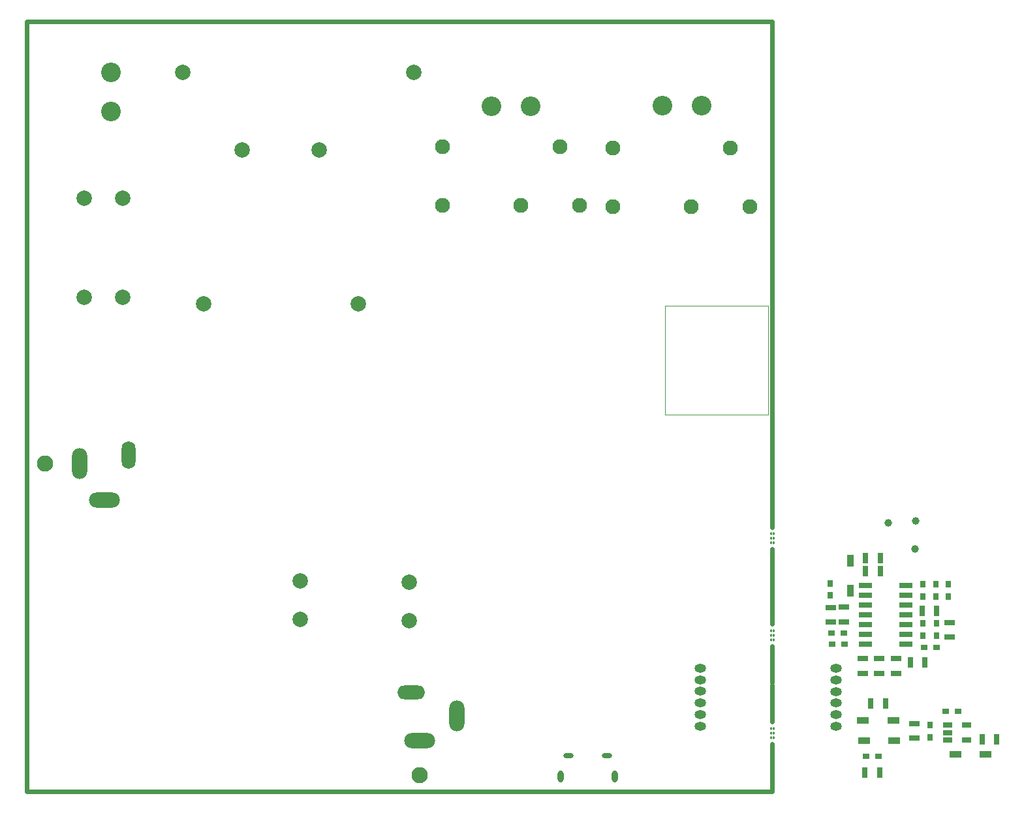
<source format=gbs>
G04*
G04 #@! TF.GenerationSoftware,Altium Limited,Altium Designer,21.6.1 (37)*
G04*
G04 Layer_Color=16711935*
%FSLAX25Y25*%
%MOIN*%
G70*
G04*
G04 #@! TF.SameCoordinates,ED18229B-BDCB-4A3C-9D88-49826DFA0344*
G04*
G04*
G04 #@! TF.FilePolarity,Negative*
G04*
G01*
G75*
%ADD22C,0.02362*%
%ADD23C,0.00984*%
%ADD24C,0.00394*%
%ADD61R,0.03150X0.05512*%
%ADD65R,0.03810X0.03110*%
%ADD67R,0.05512X0.03150*%
%ADD72R,0.03110X0.03810*%
%ADD95C,0.03947*%
%ADD96O,0.05916X0.04341*%
%ADD97C,0.08278*%
%ADD98O,0.15758X0.07884*%
%ADD99O,0.07884X0.15758*%
%ADD100O,0.14183X0.07097*%
%ADD101C,0.07884*%
%ADD102C,0.00010*%
%ADD103C,0.07687*%
%ADD104C,0.10049*%
%ADD105O,0.07097X0.14183*%
%ADD106O,0.03061X0.06112*%
%ADD107O,0.05128X0.02569*%
%ADD202R,0.03553X0.06309*%
%ADD203R,0.06309X0.03553*%
%ADD204R,0.05158X0.02717*%
%ADD205R,0.06693X0.02795*%
D22*
X379134Y153150D02*
Y392913D01*
X-1575D02*
X379134D01*
X-1575Y-787D02*
Y392913D01*
Y-787D02*
X379134D01*
Y23622D01*
Y34646D02*
Y53543D01*
Y84646D02*
Y103543D01*
Y54724D02*
Y73622D01*
Y104331D02*
Y123228D01*
Y134252D02*
Y153150D01*
D23*
X378346Y31102D02*
Y31890D01*
Y28740D02*
Y29528D01*
Y26378D02*
Y27165D01*
X379921Y31102D02*
Y31890D01*
Y28740D02*
Y29528D01*
Y26378D02*
Y27165D01*
X378346Y81102D02*
Y81890D01*
Y78740D02*
Y79528D01*
Y76378D02*
Y77165D01*
X379921Y81102D02*
Y81890D01*
Y78740D02*
Y79528D01*
Y76378D02*
Y77165D01*
Y125984D02*
Y126772D01*
Y128347D02*
Y129134D01*
Y130709D02*
Y131496D01*
X378346Y125984D02*
Y126772D01*
Y128347D02*
Y129134D01*
Y130709D02*
Y131496D01*
D24*
X324485Y191908D02*
X377194Y191908D01*
X377194Y247452D02*
X377194Y191908D01*
X324485Y247452D02*
X377194Y247452D01*
X324485Y191908D02*
Y247452D01*
D61*
X426910Y111920D02*
D03*
X434390D02*
D03*
X426860Y118610D02*
D03*
X434340D02*
D03*
X433965Y8630D02*
D03*
X426485D02*
D03*
X493820Y25820D02*
D03*
X486340D02*
D03*
X429540Y44150D02*
D03*
X437020D02*
D03*
X449660Y65190D02*
D03*
X457140D02*
D03*
X463270Y91460D02*
D03*
X455790D02*
D03*
D65*
X415840Y80180D02*
D03*
X409540D02*
D03*
X416020Y74520D02*
D03*
X409720D02*
D03*
X427100Y17080D02*
D03*
X433400D02*
D03*
X467950Y40250D02*
D03*
X474250D02*
D03*
X463000Y72900D02*
D03*
X456700D02*
D03*
D67*
X415820Y85870D02*
D03*
Y93350D02*
D03*
X409140Y85730D02*
D03*
Y93210D02*
D03*
X451770Y26350D02*
D03*
Y33830D02*
D03*
X442350Y67070D02*
D03*
Y59590D02*
D03*
X433920Y67070D02*
D03*
Y59590D02*
D03*
X425500Y67070D02*
D03*
Y59590D02*
D03*
X469640Y85605D02*
D03*
Y78125D02*
D03*
D72*
X408810Y105610D02*
D03*
Y99310D02*
D03*
X459840Y26820D02*
D03*
Y33120D02*
D03*
X463040Y78740D02*
D03*
Y85040D02*
D03*
X456140Y78740D02*
D03*
Y85040D02*
D03*
X456050Y98920D02*
D03*
Y105220D02*
D03*
X462800Y98920D02*
D03*
Y105220D02*
D03*
X469100Y98920D02*
D03*
Y105220D02*
D03*
D95*
X438332Y136553D02*
D03*
X452506Y137340D02*
D03*
X452023Y123236D02*
D03*
D96*
X411890Y32484D02*
D03*
Y38390D02*
D03*
Y44295D02*
D03*
Y50201D02*
D03*
Y62012D02*
D03*
Y56107D02*
D03*
X342310Y32585D02*
D03*
Y38490D02*
D03*
Y44396D02*
D03*
Y50301D02*
D03*
Y62112D02*
D03*
Y56207D02*
D03*
D97*
X199210Y7392D02*
D03*
X7812Y166890D02*
D03*
D98*
X199210Y25108D02*
D03*
X38127Y147992D02*
D03*
D99*
X218108Y37707D02*
D03*
X25528Y166890D02*
D03*
D100*
X194879Y49911D02*
D03*
D101*
X193810Y106233D02*
D03*
Y86547D02*
D03*
X138200Y106650D02*
D03*
Y86965D02*
D03*
X77995Y366704D02*
D03*
X196106D02*
D03*
X47406Y302332D02*
D03*
X27858Y251922D02*
D03*
X47543D02*
D03*
X27721Y302332D02*
D03*
X108567Y327118D02*
D03*
X147937D02*
D03*
X88882Y248378D02*
D03*
X167622D02*
D03*
D102*
X141743Y11768D02*
D03*
X129932D02*
D03*
D103*
X297886Y328210D02*
D03*
X357886D02*
D03*
X297886Y298210D02*
D03*
X337886D02*
D03*
X367886D02*
D03*
X210641Y328697D02*
D03*
X270641D02*
D03*
X210641Y298697D02*
D03*
X250641D02*
D03*
X280641D02*
D03*
D104*
X322961Y349899D02*
D03*
X342961D02*
D03*
X235716Y349599D02*
D03*
X255715D02*
D03*
X41346Y346704D02*
D03*
Y366704D02*
D03*
D105*
X50331Y171221D02*
D03*
D106*
X298790Y6760D02*
D03*
X271231D02*
D03*
D107*
X294852Y17390D02*
D03*
X275167D02*
D03*
D202*
X418960Y101686D02*
D03*
Y117040D02*
D03*
D203*
X472630Y18220D02*
D03*
X487984D02*
D03*
X441367Y24970D02*
D03*
X426013D02*
D03*
X440974Y35360D02*
D03*
X425620D02*
D03*
D204*
X468730Y25510D02*
D03*
Y29250D02*
D03*
Y32990D02*
D03*
X478612D02*
D03*
Y25510D02*
D03*
D205*
X447431Y104430D02*
D03*
Y99430D02*
D03*
Y94430D02*
D03*
Y89430D02*
D03*
Y84430D02*
D03*
Y79430D02*
D03*
Y74430D02*
D03*
X426919D02*
D03*
Y79430D02*
D03*
Y84430D02*
D03*
Y89430D02*
D03*
Y94430D02*
D03*
Y99430D02*
D03*
Y104430D02*
D03*
M02*

</source>
